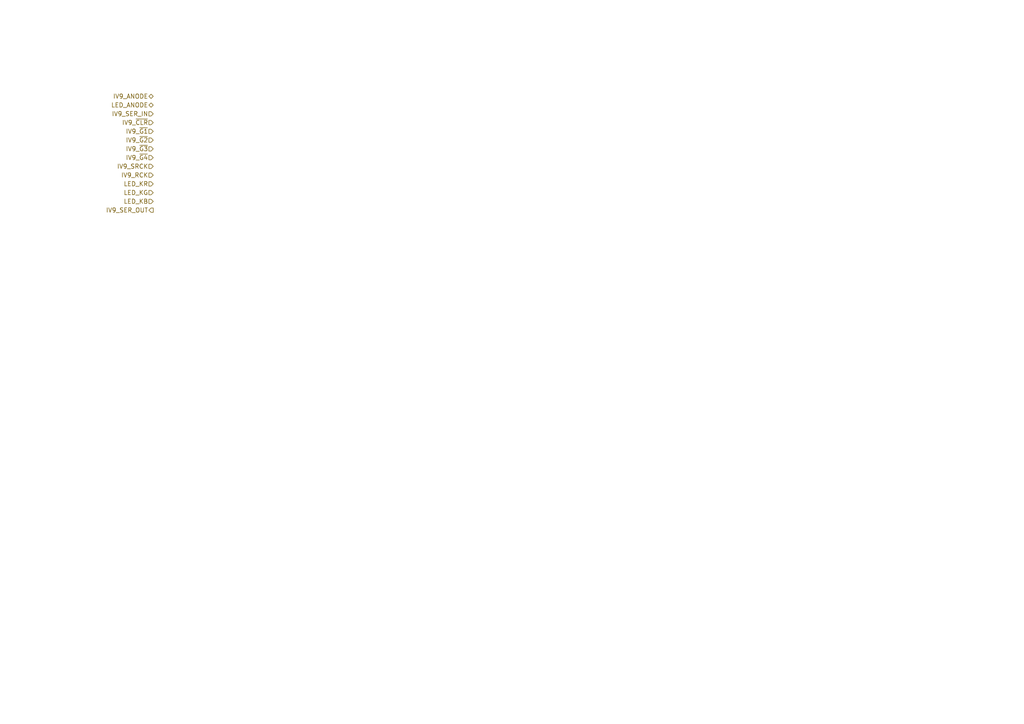
<source format=kicad_sch>
(kicad_sch (version 20230121) (generator eeschema)
  (paper "A4")
  (lib_symbols)
  (hierarchical_label "IV9_SER_IN" (shape input) (at 44.45 33.02 180))
  (hierarchical_label "IV9_SER_OUT" (shape output) (at 44.45 60.96 180))
  (hierarchical_label "LED_KB" (shape input) (at 44.45 58.42 180))
  (hierarchical_label "IV9_~{G3}" (shape input) (at 44.45 43.18 180))
  (hierarchical_label "LED_ANODE" (shape bidirectional) (at 44.45 30.48 180))
  (hierarchical_label "IV9_~{CLR}" (shape input) (at 44.45 35.56 180))
  (hierarchical_label "IV9_~{G2}" (shape input) (at 44.45 40.64 180))
  (hierarchical_label "IV9_SRCK" (shape input) (at 44.45 48.26 180))
  (hierarchical_label "LED_KR" (shape input) (at 44.45 53.34 180))
  (hierarchical_label "IV9_~{G1}" (shape input) (at 44.45 38.1 180))
  (hierarchical_label "IV9_RCK" (shape input) (at 44.45 50.8 180))
  (hierarchical_label "IV9_ANODE" (shape bidirectional) (at 44.45 27.94 180))
  (hierarchical_label "LED_KG" (shape input) (at 44.45 55.88 180))
  (hierarchical_label "IV9_~{G4}" (shape input) (at 44.45 45.72 180))
)
</source>
